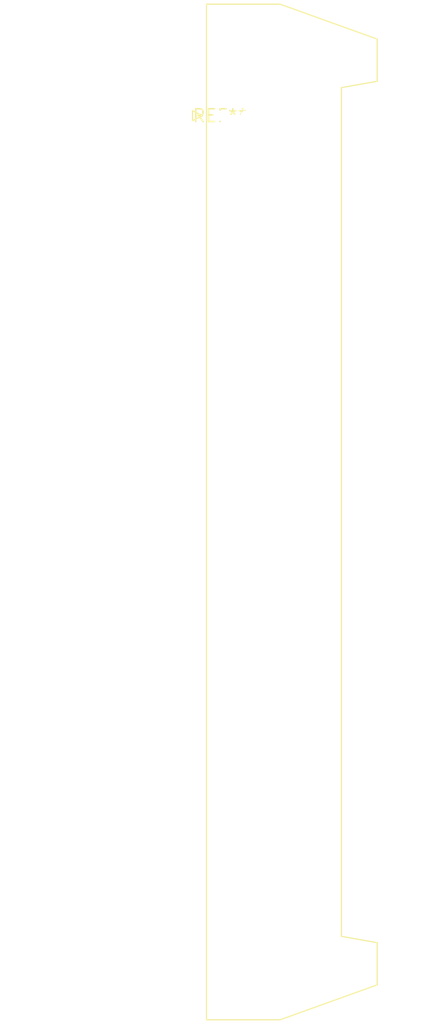
<source format=kicad_pcb>
(kicad_pcb (version 20240108) (generator pcbnew)
  (layers (0 "F.Cu" signal) (31 "B.Cu" signal) (34 "B.Paste" user) (35 "F.Paste" user) (36 "B.SilkS" user "B.Silkscreen") (37 "F.SilkS" user "F.Silkscreen") (38 "B.Mask" user) (39 "F.Mask" user) (44 "Edge.Cuts" user))
  (net 0 "")
  (footprint "IDC-Header_2x32_P2.54mm_Latch_Horizontal" (layer "F.Cu") (at 0 0)
    (property "Reference" "REF**")
    (property "Value" "IDC-Header_2x32_P2.54mm_Latch_Horizontal")
    (fp_line (start -2.74 -0.5) (end -2.74 0.5) (layer "F.SilkS") (stroke (width 0.12)))
    (fp_line (start -2.74 0.5) (end -1.74 0) (layer "F.SilkS") (stroke (width 0.12)))
    (fp_line (start -1.74 0) (end -2.74 -0.5) (layer "F.SilkS") (stroke (width 0.12)))
    (fp_line (start -1.35 -11.08) (end 5.98 -11.08) (layer "F.SilkS") (stroke (width 0.12)))
    (fp_line (start -1.35 89.82) (end -1.35 -11.08) (layer "F.SilkS") (stroke (width 0.12)))
    (fp_line (start 5.98 -11.08) (end 15.64 -7.61) (layer "F.SilkS") (stroke (width 0.12)))
    (fp_line (start 5.98 89.82) (end -1.35 89.82) (layer "F.SilkS") (stroke (width 0.12)))
    (fp_line (start 12.08 -2.79) (end 12.08 81.53) (layer "F.SilkS") (stroke (width 0.12)))
    (fp_line (start 12.08 81.53) (end 15.64 82.16) (layer "F.SilkS") (stroke (width 0.12)))
    (fp_line (start 15.64 -7.61) (end 15.64 -3.42) (layer "F.SilkS") (stroke (width 0.12)))
    (fp_line (start 15.64 -3.42) (end 12.08 -2.79) (layer "F.SilkS") (stroke (width 0.12)))
    (fp_line (start 15.64 82.16) (end 15.64 86.35) (layer "F.SilkS") (stroke (width 0.12)))
    (fp_line (start 15.64 86.35) (end 5.98 89.82) (layer "F.SilkS") (stroke (width 0.12)))
    (pad "1" thru_hole roundrect (at 0 0) (size 1.7 1.7) (drill 1) (layers *.Cu *.Mask) (remove_unused_layers) (roundrect_rratio 0.147059))
    (pad "2" thru_hole circle (at 2.54 0) (size 1.7 1.7) (drill 1) (layers *.Cu *.Mask) (remove_unused_layers))
    (pad "3" thru_hole circle (at 0 2.54) (size 1.7 1.7) (drill 1) (layers *.Cu *.Mask) (remove_unused_layers))
    (pad "4" thru_hole circle (at 2.54 2.54) (size 1.7 1.7) (drill 1) (layers *.Cu *.Mask) (remove_unused_layers))
    (pad "5" thru_hole circle (at 0 5.08) (size 1.7 1.7) (drill 1) (layers *.Cu *.Mask) (remove_unused_layers))
    (pad "6" thru_hole circle (at 2.54 5.08) (size 1.7 1.7) (drill 1) (layers *.Cu *.Mask) (remove_unused_layers))
    (pad "7" thru_hole circle (at 0 7.62) (size 1.7 1.7) (drill 1) (layers *.Cu *.Mask) (remove_unused_layers))
    (pad "8" thru_hole circle (at 2.54 7.62) (size 1.7 1.7) (drill 1) (layers *.Cu *.Mask) (remove_unused_layers))
    (pad "9" thru_hole circle (at 0 10.16) (size 1.7 1.7) (drill 1) (layers *.Cu *.Mask) (remove_unused_layers))
    (pad "10" thru_hole circle (at 2.54 10.16) (size 1.7 1.7) (drill 1) (layers *.Cu *.Mask) (remove_unused_layers))
    (pad "11" thru_hole circle (at 0 12.7) (size 1.7 1.7) (drill 1) (layers *.Cu *.Mask) (remove_unused_layers))
    (pad "12" thru_hole circle (at 2.54 12.7) (size 1.7 1.7) (drill 1) (layers *.Cu *.Mask) (remove_unused_layers))
    (pad "13" thru_hole circle (at 0 15.24) (size 1.7 1.7) (drill 1) (layers *.Cu *.Mask) (remove_unused_layers))
    (pad "14" thru_hole circle (at 2.54 15.24) (size 1.7 1.7) (drill 1) (layers *.Cu *.Mask) (remove_unused_layers))
    (pad "15" thru_hole circle (at 0 17.78) (size 1.7 1.7) (drill 1) (layers *.Cu *.Mask) (remove_unused_layers))
    (pad "16" thru_hole circle (at 2.54 17.78) (size 1.7 1.7) (drill 1) (layers *.Cu *.Mask) (remove_unused_layers))
    (pad "17" thru_hole circle (at 0 20.32) (size 1.7 1.7) (drill 1) (layers *.Cu *.Mask) (remove_unused_layers))
    (pad "18" thru_hole circle (at 2.54 20.32) (size 1.7 1.7) (drill 1) (layers *.Cu *.Mask) (remove_unused_layers))
    (pad "19" thru_hole circle (at 0 22.86) (size 1.7 1.7) (drill 1) (layers *.Cu *.Mask) (remove_unused_layers))
    (pad "20" thru_hole circle (at 2.54 22.86) (size 1.7 1.7) (drill 1) (layers *.Cu *.Mask) (remove_unused_layers))
    (pad "21" thru_hole circle (at 0 25.4) (size 1.7 1.7) (drill 1) (layers *.Cu *.Mask) (remove_unused_layers))
    (pad "22" thru_hole circle (at 2.54 25.4) (size 1.7 1.7) (drill 1) (layers *.Cu *.Mask) (remove_unused_layers))
    (pad "23" thru_hole circle (at 0 27.94) (size 1.7 1.7) (drill 1) (layers *.Cu *.Mask) (remove_unused_layers))
    (pad "24" thru_hole circle (at 2.54 27.94) (size 1.7 1.7) (drill 1) (layers *.Cu *.Mask) (remove_unused_layers))
    (pad "25" thru_hole circle (at 0 30.48) (size 1.7 1.7) (drill 1) (layers *.Cu *.Mask) (remove_unused_layers))
    (pad "26" thru_hole circle (at 2.54 30.48) (size 1.7 1.7) (drill 1) (layers *.Cu *.Mask) (remove_unused_layers))
    (pad "27" thru_hole circle (at 0 33.02) (size 1.7 1.7) (drill 1) (layers *.Cu *.Mask) (remove_unused_layers))
    (pad "28" thru_hole circle (at 2.54 33.02) (size 1.7 1.7) (drill 1) (layers *.Cu *.Mask) (remove_unused_layers))
    (pad "29" thru_hole circle (at 0 35.56) (size 1.7 1.7) (drill 1) (layers *.Cu *.Mask) (remove_unused_layers))
    (pad "30" thru_hole circle (at 2.54 35.56) (size 1.7 1.7) (drill 1) (layers *.Cu *.Mask) (remove_unused_layers))
    (pad "31" thru_hole circle (at 0 38.1) (size 1.7 1.7) (drill 1) (layers *.Cu *.Mask) (remove_unused_layers))
    (pad "32" thru_hole circle (at 2.54 38.1) (size 1.7 1.7) (drill 1) (layers *.Cu *.Mask) (remove_unused_layers))
    (pad "33" thru_hole circle (at 0 40.64) (size 1.7 1.7) (drill 1) (layers *.Cu *.Mask) (remove_unused_layers))
    (pad "34" thru_hole circle (at 2.54 40.64) (size 1.7 1.7) (drill 1) (layers *.Cu *.Mask) (remove_unused_layers))
    (pad "35" thru_hole circle (at 0 43.18) (size 1.7 1.7) (drill 1) (layers *.Cu *.Mask) (remove_unused_layers))
    (pad "36" thru_hole circle (at 2.54 43.18) (size 1.7 1.7) (drill 1) (layers *.Cu *.Mask) (remove_unused_layers))
    (pad "37" thru_hole circle (at 0 45.72) (size 1.7 1.7) (drill 1) (layers *.Cu *.Mask) (remove_unused_layers))
    (pad "38" thru_hole circle (at 2.54 45.72) (size 1.7 1.7) (drill 1) (layers *.Cu *.Mask) (remove_unused_layers))
    (pad "39" thru_hole circle (at 0 48.26) (size 1.7 1.7) (drill 1) (layers *.Cu *.Mask) (remove_unused_layers))
    (pad "40" thru_hole circle (at 2.54 48.26) (size 1.7 1.7) (drill 1) (layers *.Cu *.Mask) (remove_unused_layers))
    (pad "41" thru_hole circle (at 0 50.8) (size 1.7 1.7) (drill 1) (layers *.Cu *.Mask) (remove_unused_layers))
    (pad "42" thru_hole circle (at 2.54 50.8) (size 1.7 1.7) (drill 1) (layers *.Cu *.Mask) (remove_unused_layers))
    (pad "43" thru_hole circle (at 0 53.34) (size 1.7 1.7) (drill 1) (layers *.Cu *.Mask) (remove_unused_layers))
    (pad "44" thru_hole circle (at 2.54 53.34) (size 1.7 1.7) (drill 1) (layers *.Cu *.Mask) (remove_unused_layers))
    (pad "45" thru_hole circle (at 0 55.88) (size 1.7 1.7) (drill 1) (layers *.Cu *.Mask) (remove_unused_layers))
    (pad "46" thru_hole circle (at 2.54 55.88) (size 1.7 1.7) (drill 1) (layers *.Cu *.Mask) (remove_unused_layers))
    (pad "47" thru_hole circle (at 0 58.42) (size 1.7 1.7) (drill 1) (layers *.Cu *.Mask) (remove_unused_layers))
    (pad "48" thru_hole circle (at 2.54 58.42) (size 1.7 1.7) (drill 1) (layers *.Cu *.Mask) (remove_unused_layers))
    (pad "49" thru_hole circle (at 0 60.96) (size 1.7 1.7) (drill 1) (layers *.Cu *.Mask) (remove_unused_layers))
    (pad "50" thru_hole circle (at 2.54 60.96) (size 1.7 1.7) (drill 1) (layers *.Cu *.Mask) (remove_unused_layers))
    (pad "51" thru_hole circle (at 0 63.5) (size 1.7 1.7) (drill 1) (layers *.Cu *.Mask) (remove_unused_layers))
    (pad "52" thru_hole circle (at 2.54 63.5) (size 1.7 1.7) (drill 1) (layers *.Cu *.Mask) (remove_unused_layers))
    (pad "53" thru_hole circle (at 0 66.04) (size 1.7 1.7) (drill 1) (layers *.Cu *.Mask) (remove_unused_layers))
    (pad "54" thru_hole circle (at 2.54 66.04) (size 1.7 1.7) (drill 1) (layers *.Cu *.Mask) (remove_unused_layers))
    (pad "55" thru_hole circle (at 0 68.58) (size 1.7 1.7) (drill 1) (layers *.Cu *.Mask) (remove_unused_layers))
    (pad "56" thru_hole circle (at 2.54 68.58) (size 1.7 1.7) (drill 1) (layers *.Cu *.Mask) (remove_unused_layers))
    (pad "57" thru_hole circle (at 0 71.12) (size 1.7 1.7) (drill 1) (layers *.Cu *.Mask) (remove_unused_layers))
    (pad "58" thru_hole circle (at 2.54 71.12) (size 1.7 1.7) (drill 1) (layers *.Cu *.Mask) (remove_unused_layers))
    (pad "59" thru_hole circle (at 0 73.66) (size 1.7 1.7) (drill 1) (layers *.Cu *.Mask) (remove_unused_layers))
    (pad "60" thru_hole circle (at 2.54 73.66) (size 1.7 1.7) (drill 1) (layers *.Cu *.Mask) (remove_unused_layers))
    (pad "61" thru_hole circle (at 0 76.2) (size 1.7 1.7) (drill 1) (layers *.Cu *.Mask) (remove_unused_layers))
    (pad "62" thru_hole circle (at 2.54 76.2) (size 1.7 1.7) (drill 1) (layers *.Cu *.Mask) (remove_unused_layers))
    (pad "63" thru_hole circle (at 0 78.74) (size 1.7 1.7) (drill 1) (layers *.Cu *.Mask) (remove_unused_layers))
    (pad "64" thru_hole circle (at 2.54 78.74) (size 1.7 1.7) (drill 1) (layers *.Cu *.Mask) (remove_unused_layers))
  )
)
</source>
